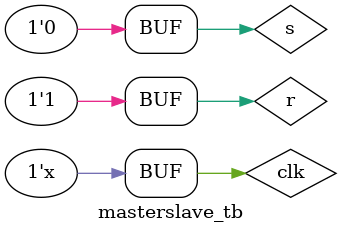
<source format=v>
module masterslave_tb;
  reg s;
	reg r;
	reg clk;
	wire qn;
	wire qn_bar;
	masterslave uut (
		.s(s), 
		.r(r), 
		.clk(clk), 
		.qn(qn), 
		.qn_bar(qn_bar)
	);
	initial begin
	clk=0;
	#10 s = 0;r = 0;
	#10 s = 0;r = 1;
   #10 s = 1;r = 0;
   #10 s = 1;r = 1;	
	#10 s = 0;r = 0;
   #10 s = 0;r = 1;
	end
	always #5 clk=~clk;

endmodule


</source>
